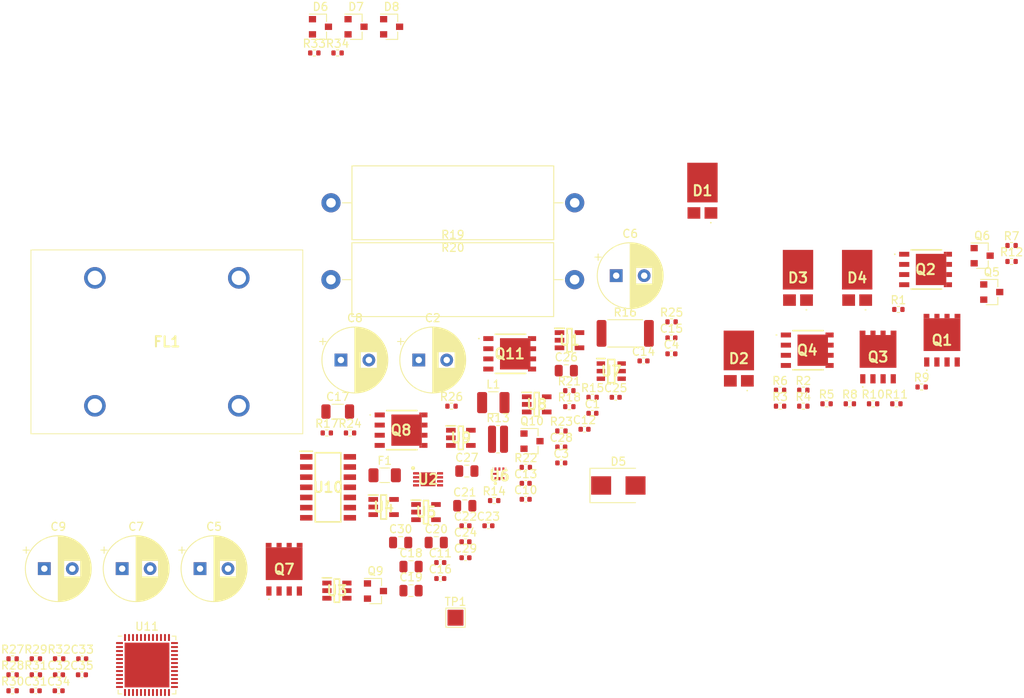
<source format=kicad_pcb>
(kicad_pcb (version 20171130) (host pcbnew "(5.1.12)-1")
  (layers (0 F.Cu signal) (31 B.Cu signal) (34 B.Paste user) (35 F.Paste user) (36 B.SilkS user) (37 F.SilkS user) (38 B.Mask user) (39 F.Mask user) (44 Edge.Cuts user))
  (net 0 "")
  (net 1 "Net-(Q1-Pad4)")
  (net 2 "Net-(Q2-Pad4)")
  (net 3 "Net-(Q3-Pad4)")
  (net 4 "Net-(Q4-Pad4)")
  (net 5 Vdrive)
  (net 6 "Net-(Q5-Pad3)")
  (net 7 "Net-(Q5-Pad1)")
  (net 8 GND)
  (net 9 "Net-(Q6-Pad3)")
  (net 10 "Net-(Q6-Pad1)")
  (net 11 VCC)
  (net 12 /H-Bridge/MOT+)
  (net 13 /H-Bridge/MOT-)
  (net 14 H_T_L)
  (net 15 H_T_R)
  (net 16 H_L_L)
  (net 17 H_L_R)
  (net 18 GND1)
  (net 19 "Net-(C1-Pad1)")
  (net 20 "Net-(C2-Pad1)")
  (net 21 "Net-(F1-Pad2)")
  (net 22 "Net-(Q8-Pad4)")
  (net 23 +5V)
  (net 24 MAIN_CURRENT_SENSE)
  (net 25 SHORT_RANGE_CURRENT_SENSE)
  (net 26 "Net-(Q9-Pad3)")
  (net 27 SHORT_RANGE_CURRENT_SENSE_EN)
  (net 28 "Net-(Q10-Pad3)")
  (net 29 STARTUP_ENABLE)
  (net 30 "Net-(Q11-Pad4)")
  (net 31 "/Power And motor protection/~FLOP_OUT")
  (net 32 "Net-(Q7-Pad4)")
  (net 33 "Net-(Q11-Pad1)")
  (net 34 "Net-(Q8-Pad1)")
  (net 35 "Net-(R21-Pad2)")
  (net 36 "Net-(R21-Pad1)")
  (net 37 COMP_OUT)
  (net 38 ~FLOP_RST)
  (net 39 "Net-(U2-Pad7)")
  (net 40 "Net-(U2-Pad6)")
  (net 41 FLOP_OUT)
  (net 42 "Net-(C16-Pad2)")
  (net 43 "Net-(C16-Pad1)")
  (net 44 "Net-(C18-Pad1)")
  (net 45 "Net-(C24-Pad1)")
  (net 46 +3V3)
  (net 47 "Net-(R25-Pad2)")
  (net 48 "Net-(U9-Pad4)")
  (net 49 "Net-(U10-Pad12)")
  (net 50 "Net-(U10-Pad11)")
  (net 51 "Net-(U10-Pad9)")
  (net 52 "Net-(U10-Pad8)")
  (net 53 "Net-(U10-Pad6)")
  (net 54 "Net-(U10-Pad4)")
  (net 55 "Net-(U10-Pad3)")
  (net 56 "Net-(U10-Pad1)")
  (net 57 "Net-(U11-Pad40)")
  (net 58 "Net-(U11-Pad39)")
  (net 59 "Net-(U11-Pad6)")
  (net 60 "Net-(U11-Pad5)")
  (net 61 "Net-(U11-Pad4)")
  (net 62 "Net-(U11-Pad3)")
  (net 63 "Net-(U11-Pad2)")
  (net 64 "Net-(R27-Pad1)")
  (net 65 "Net-(R28-Pad2)")
  (net 66 /uC/ADC_IN5)
  (net 67 /uC/ADC_IN9)
  (net 68 SWCLK)
  (net 69 SWDIO)
  (net 70 H_L_R_uC)
  (net 71 H_L_L_uC)
  (net 72 H_T_R_uC)
  (net 73 H_T_L_uC)
  (net 74 FRAM_MOSI)
  (net 75 FRAM_MISO)
  (net 76 FRAM_SCK)
  (net 77 FLASH_CS)
  (net 78 FLASH_SCK)
  (net 79 FLASH_IO0)
  (net 80 FLASH_IO1)
  (net 81 FLASH_IO2)
  (net 82 FLASH_IO3)
  (net 83 ENCODER_IN1)
  (net 84 DBG_RX)
  (net 85 DBG_TX)
  (net 86 ENCODER_IN2)
  (net 87 /uC/ADC_IN8)
  (net 88 RX)
  (net 89 TX)
  (net 90 FRAM_CS)
  (module Resistor_SMD:R_0402_1005Metric (layer F.Cu) (at 162.56 34.024999)
    (fp_text reference R34 (at 0 -1.17) (layer F.SilkS))
    (fp_text value 10K/1%/0.063W)
    (pad 2 smd roundrect (at 0.51 0) (size 0.54 0.64) (layers F.Cu F.Paste F.Mask) (net 8 GND))
    (pad 1 smd roundrect (at -0.51 0) (size 0.54 0.64) (layers F.Cu F.Paste F.Mask) (net 87 /uC/ADC_IN8))
  )
  (module Resistor_SMD:R_0402_1005Metric (layer F.Cu) (at 159.65 34.024999)
    (fp_text reference R33 (at 0 -1.17) (layer F.SilkS))
    (fp_text value 100K/1%/0.063W)
    (pad 2 smd roundrect (at 0.51 0) (size 0.54 0.64) (layers F.Cu F.Paste F.Mask) (net 87 /uC/ADC_IN8))
    (pad 1 smd roundrect (at -0.51 0) (size 0.54 0.64) (layers F.Cu F.Paste F.Mask) (net 11 VCC))
  )
  (module Package_TO_SOT_SMD:SOT-23 (layer F.Cu) (at 169.32 30.75)
    (fp_text reference D8 (at 0 -2.5) (layer F.SilkS))
    (fp_text value BAT54S)
    (pad 3 smd rect (at 1 0) (size 0.9 0.8) (layers F.Cu F.Paste F.Mask) (net 67 /uC/ADC_IN9))
    (pad 2 smd rect (at -1 0.95) (size 0.9 0.8) (layers F.Cu F.Paste F.Mask) (net 46 +3V3))
    (pad 1 smd rect (at -1 -0.95) (size 0.9 0.8) (layers F.Cu F.Paste F.Mask) (net 8 GND))
  )
  (module Package_TO_SOT_SMD:SOT-23 (layer F.Cu) (at 164.87 30.75)
    (fp_text reference D7 (at 0 -2.5) (layer F.SilkS))
    (fp_text value BAT54S)
    (pad 3 smd rect (at 1 0) (size 0.9 0.8) (layers F.Cu F.Paste F.Mask) (net 66 /uC/ADC_IN5))
    (pad 2 smd rect (at -1 0.95) (size 0.9 0.8) (layers F.Cu F.Paste F.Mask) (net 46 +3V3))
    (pad 1 smd rect (at -1 -0.95) (size 0.9 0.8) (layers F.Cu F.Paste F.Mask) (net 8 GND))
  )
  (module Package_TO_SOT_SMD:SOT-23 (layer F.Cu) (at 160.42 30.75)
    (fp_text reference D6 (at 0 -2.5) (layer F.SilkS))
    (fp_text value BAT54S)
    (pad 3 smd rect (at 1 0) (size 0.9 0.8) (layers F.Cu F.Paste F.Mask) (net 87 /uC/ADC_IN8))
    (pad 2 smd rect (at -1 0.95) (size 0.9 0.8) (layers F.Cu F.Paste F.Mask) (net 46 +3V3))
    (pad 1 smd rect (at -1 -0.95) (size 0.9 0.8) (layers F.Cu F.Paste F.Mask) (net 8 GND))
  )
  (module Resistor_SMD:R_0402_1005Metric (layer F.Cu) (at 127.73 109.81)
    (fp_text reference R32 (at 0 -1.17) (layer F.SilkS))
    (fp_text value 330K/1%/0.063W)
    (pad 2 smd roundrect (at 0.51 0) (size 0.54 0.64) (layers F.Cu F.Paste F.Mask) (net 8 GND))
    (pad 1 smd roundrect (at -0.51 0) (size 0.54 0.64) (layers F.Cu F.Paste F.Mask) (net 67 /uC/ADC_IN9))
  )
  (module Resistor_SMD:R_0402_1005Metric (layer F.Cu) (at 124.82 111.81)
    (fp_text reference R31 (at 0 -1.17) (layer F.SilkS))
    (fp_text value 174K/1%/0.063W)
    (pad 2 smd roundrect (at 0.51 0) (size 0.54 0.64) (layers F.Cu F.Paste F.Mask) (net 67 /uC/ADC_IN9))
    (pad 1 smd roundrect (at -0.51 0) (size 0.54 0.64) (layers F.Cu F.Paste F.Mask) (net 25 SHORT_RANGE_CURRENT_SENSE))
  )
  (module Resistor_SMD:R_0402_1005Metric (layer F.Cu) (at 121.91 113.81)
    (fp_text reference R30 (at 0 -1.17) (layer F.SilkS))
    (fp_text value 330K/1%/0.063W)
    (pad 2 smd roundrect (at 0.51 0) (size 0.54 0.64) (layers F.Cu F.Paste F.Mask) (net 8 GND))
    (pad 1 smd roundrect (at -0.51 0) (size 0.54 0.64) (layers F.Cu F.Paste F.Mask) (net 66 /uC/ADC_IN5))
  )
  (module Resistor_SMD:R_0402_1005Metric (layer F.Cu) (at 124.82 109.81)
    (fp_text reference R29 (at 0 -1.17) (layer F.SilkS))
    (fp_text value 174K/1%/0.063W)
    (pad 2 smd roundrect (at 0.51 0) (size 0.54 0.64) (layers F.Cu F.Paste F.Mask) (net 66 /uC/ADC_IN5))
    (pad 1 smd roundrect (at -0.51 0) (size 0.54 0.64) (layers F.Cu F.Paste F.Mask) (net 24 MAIN_CURRENT_SENSE))
  )
  (module Resistor_SMD:R_0402_1005Metric (layer F.Cu) (at 121.91 111.81)
    (fp_text reference R28 (at 0 -1.17) (layer F.SilkS))
    (fp_text value 10K/1%/0.063W)
    (pad 2 smd roundrect (at 0.51 0) (size 0.54 0.64) (layers F.Cu F.Paste F.Mask) (net 65 "Net-(R28-Pad2)"))
    (pad 1 smd roundrect (at -0.51 0) (size 0.54 0.64) (layers F.Cu F.Paste F.Mask) (net 46 +3V3))
  )
  (module Resistor_SMD:R_0402_1005Metric (layer F.Cu) (at 121.91 109.81)
    (fp_text reference R27 (at 0 -1.17) (layer F.SilkS))
    (fp_text value 10K/1%/0.063W)
    (pad 2 smd roundrect (at 0.51 0) (size 0.54 0.64) (layers F.Cu F.Paste F.Mask) (net 8 GND))
    (pad 1 smd roundrect (at -0.51 0) (size 0.54 0.64) (layers F.Cu F.Paste F.Mask) (net 64 "Net-(R27-Pad1)"))
  )
  (module Capacitor_SMD:C_0402_1005Metric (layer F.Cu) (at 130.58 111.81)
    (fp_text reference C35 (at 0 -1.16) (layer F.SilkS))
    (fp_text value 4u7/50V/X5R)
    (pad 2 smd roundrect (at 0.48 0) (size 0.56 0.62) (layers F.Cu F.Paste F.Mask) (net 8 GND))
    (pad 1 smd roundrect (at -0.48 0) (size 0.56 0.62) (layers F.Cu F.Paste F.Mask) (net 46 +3V3))
  )
  (module Capacitor_SMD:C_0402_1005Metric (layer F.Cu) (at 127.67 113.81)
    (fp_text reference C34 (at 0 -1.16) (layer F.SilkS))
    (fp_text value 4u7/50V/X5R)
    (pad 2 smd roundrect (at 0.48 0) (size 0.56 0.62) (layers F.Cu F.Paste F.Mask) (net 8 GND))
    (pad 1 smd roundrect (at -0.48 0) (size 0.56 0.62) (layers F.Cu F.Paste F.Mask) (net 46 +3V3))
  )
  (module Capacitor_SMD:C_0402_1005Metric (layer F.Cu) (at 130.62 109.81)
    (fp_text reference C33 (at 0 -1.16) (layer F.SilkS))
    (fp_text value 4u7/50V/X5R)
    (pad 2 smd roundrect (at 0.48 0) (size 0.56 0.62) (layers F.Cu F.Paste F.Mask) (net 8 GND))
    (pad 1 smd roundrect (at -0.48 0) (size 0.56 0.62) (layers F.Cu F.Paste F.Mask) (net 46 +3V3))
  )
  (module Capacitor_SMD:C_0402_1005Metric (layer F.Cu) (at 127.71 111.81)
    (fp_text reference C32 (at 0 -1.16) (layer F.SilkS))
    (fp_text value 4u7/50V/X5R)
    (pad 2 smd roundrect (at 0.48 0) (size 0.56 0.62) (layers F.Cu F.Paste F.Mask) (net 8 GND))
    (pad 1 smd roundrect (at -0.48 0) (size 0.56 0.62) (layers F.Cu F.Paste F.Mask) (net 46 +3V3))
  )
  (module Capacitor_SMD:C_0402_1005Metric (layer F.Cu) (at 124.8 113.81)
    (fp_text reference C31 (at 0 -1.16) (layer F.SilkS))
    (fp_text value 4u7/50V/X5R)
    (pad 2 smd roundrect (at 0.48 0) (size 0.56 0.62) (layers F.Cu F.Paste F.Mask) (net 8 GND))
    (pad 1 smd roundrect (at -0.48 0) (size 0.56 0.62) (layers F.Cu F.Paste F.Mask) (net 46 +3V3))
  )
  (module Package_DFN_QFN:QFN-48-1EP_7x7mm_P0.5mm_EP5.6x5.6mm (layer F.Cu) (at 138.72 110.59)
    (fp_text reference U11 (at 0 -4.82) (layer F.SilkS))
    (fp_text value STM32L431CCUx)
    (pad 49 smd rect (at 0 0) (size 5.6 5.6) (layers F.Cu F.Mask) (net 8 GND))
    (pad 48 smd roundrect (at -2.75 -3.4375) (size 0.25 0.875) (layers F.Cu F.Paste F.Mask) (net 46 +3V3))
    (pad 47 smd roundrect (at -2.25 -3.4375) (size 0.25 0.875) (layers F.Cu F.Paste F.Mask) (net 8 GND))
    (pad 46 smd roundrect (at -1.75 -3.4375) (size 0.25 0.875) (layers F.Cu F.Paste F.Mask) (net 29 STARTUP_ENABLE))
    (pad 45 smd roundrect (at -1.25 -3.4375) (size 0.25 0.875) (layers F.Cu F.Paste F.Mask) (net 38 ~FLOP_RST))
    (pad 44 smd roundrect (at -0.75 -3.4375) (size 0.25 0.875) (layers F.Cu F.Paste F.Mask) (net 64 "Net-(R27-Pad1)"))
    (pad 43 smd roundrect (at -0.25 -3.4375) (size 0.25 0.875) (layers F.Cu F.Paste F.Mask) (net 88 RX))
    (pad 42 smd roundrect (at 0.25 -3.4375) (size 0.25 0.875) (layers F.Cu F.Paste F.Mask) (net 89 TX))
    (pad 41 smd roundrect (at 0.75 -3.4375) (size 0.25 0.875) (layers F.Cu F.Paste F.Mask) (net 37 COMP_OUT))
    (pad 40 smd roundrect (at 1.25 -3.4375) (size 0.25 0.875) (layers F.Cu F.Paste F.Mask) (net 57 "Net-(U11-Pad40)"))
    (pad 39 smd roundrect (at 1.75 -3.4375) (size 0.25 0.875) (layers F.Cu F.Paste F.Mask) (net 58 "Net-(U11-Pad39)"))
    (pad 38 smd roundrect (at 2.25 -3.4375) (size 0.25 0.875) (layers F.Cu F.Paste F.Mask) (net 84 DBG_RX))
    (pad 37 smd roundrect (at 2.75 -3.4375) (size 0.25 0.875) (layers F.Cu F.Paste F.Mask) (net 68 SWCLK))
    (pad 36 smd roundrect (at 3.4375 -2.75) (size 0.875 0.25) (layers F.Cu F.Paste F.Mask) (net 46 +3V3))
    (pad 35 smd roundrect (at 3.4375 -2.25) (size 0.875 0.25) (layers F.Cu F.Paste F.Mask) (net 8 GND))
    (pad 34 smd roundrect (at 3.4375 -1.75) (size 0.875 0.25) (layers F.Cu F.Paste F.Mask) (net 69 SWDIO))
    (pad 33 smd roundrect (at 3.4375 -1.25) (size 0.875 0.25) (layers F.Cu F.Paste F.Mask) (net 27 SHORT_RANGE_CURRENT_SENSE_EN))
    (pad 32 smd roundrect (at 3.4375 -0.75) (size 0.875 0.25) (layers F.Cu F.Paste F.Mask) (net 70 H_L_R_uC))
    (pad 31 smd roundrect (at 3.4375 -0.25) (size 0.875 0.25) (layers F.Cu F.Paste F.Mask) (net 71 H_L_L_uC))
    (pad 30 smd roundrect (at 3.4375 0.25) (size 0.875 0.25) (layers F.Cu F.Paste F.Mask) (net 72 H_T_R_uC))
    (pad 29 smd roundrect (at 3.4375 0.75) (size 0.875 0.25) (layers F.Cu F.Paste F.Mask) (net 73 H_T_L_uC))
    (pad 28 smd roundrect (at 3.4375 1.25) (size 0.875 0.25) (layers F.Cu F.Paste F.Mask) (net 74 FRAM_MOSI))
    (pad 27 smd roundrect (at 3.4375 1.75) (size 0.875 0.25) (layers F.Cu F.Paste F.Mask) (net 75 FRAM_MISO))
    (pad 26 smd roundrect (at 3.4375 2.25) (size 0.875 0.25) (layers F.Cu F.Paste F.Mask) (net 76 FRAM_SCK))
    (pad 25 smd roundrect (at 3.4375 2.75) (size 0.875 0.25) (layers F.Cu F.Paste F.Mask) (net 41 FLOP_OUT))
    (pad 24 smd roundrect (at 2.75 3.4375) (size 0.25 0.875) (layers F.Cu F.Paste F.Mask) (net 46 +3V3))
    (pad 23 smd roundrect (at 2.25 3.4375) (size 0.25 0.875) (layers F.Cu F.Paste F.Mask) (net 8 GND))
    (pad 22 smd roundrect (at 1.75 3.4375) (size 0.25 0.875) (layers F.Cu F.Paste F.Mask) (net 77 FLASH_CS))
    (pad 21 smd roundrect (at 1.25 3.4375) (size 0.25 0.875) (layers F.Cu F.Paste F.Mask) (net 78 FLASH_SCK))
    (pad 20 smd roundrect (at 0.75 3.4375) (size 0.25 0.875) (layers F.Cu F.Paste F.Mask) (net 90 FRAM_CS))
    (pad 19 smd roundrect (at 0.25 3.4375) (size 0.25 0.875) (layers F.Cu F.Paste F.Mask) (net 79 FLASH_IO0))
    (pad 18 smd roundrect (at -0.25 3.4375) (size 0.25 0.875) (layers F.Cu F.Paste F.Mask) (net 80 FLASH_IO1))
    (pad 17 smd roundrect (at -0.75 3.4375) (size 0.25 0.875) (layers F.Cu F.Paste F.Mask) (net 81 FLASH_IO2))
    (pad 16 smd roundrect (at -1.25 3.4375) (size 0.25 0.875) (layers F.Cu F.Paste F.Mask) (net 82 FLASH_IO3))
    (pad 15 smd roundrect (at -1.75 3.4375) (size 0.25 0.875) (layers F.Cu F.Paste F.Mask) (net 83 ENCODER_IN1))
    (pad 14 smd roundrect (at -2.25 3.4375) (size 0.25 0.875) (layers F.Cu F.Paste F.Mask) (net 67 /uC/ADC_IN9))
    (pad 13 smd roundrect (at -2.75 3.4375) (size 0.25 0.875) (layers F.Cu F.Paste F.Mask) (net 87 /uC/ADC_IN8))
    (pad 12 smd roundrect (at -3.4375 2.75) (size 0.875 0.25) (layers F.Cu F.Paste F.Mask) (net 85 DBG_TX))
    (pad 11 smd roundrect (at -3.4375 2.25) (size 0.875 0.25) (layers F.Cu F.Paste F.Mask) (net 86 ENCODER_IN2))
    (pad 10 smd roundrect (at -3.4375 1.75) (size 0.875 0.25) (layers F.Cu F.Paste F.Mask) (net 66 /uC/ADC_IN5))
    (pad 9 smd roundrect (at -3.4375 1.25) (size 0.875 0.25) (layers F.Cu F.Paste F.Mask) (net 46 +3V3))
    (pad 8 smd roundrect (at -3.4375 0.75) (size 0.875 0.25) (layers F.Cu F.Paste F.Mask) (net 8 GND))
    (pad 7 smd roundrect (at -3.4375 0.25) (size 0.875 0.25) (layers F.Cu F.Paste F.Mask) (net 65 "Net-(R28-Pad2)"))
    (pad 6 smd roundrect (at -3.4375 -0.25) (size 0.875 0.25) (layers F.Cu F.Paste F.Mask) (net 59 "Net-(U11-Pad6)"))
    (pad 5 smd roundrect (at -3.4375 -0.75) (size 0.875 0.25) (layers F.Cu F.Paste F.Mask) (net 60 "Net-(U11-Pad5)"))
    (pad 4 smd roundrect (at -3.4375 -1.25) (size 0.875 0.25) (layers F.Cu F.Paste F.Mask) (net 61 "Net-(U11-Pad4)"))
    (pad 3 smd roundrect (at -3.4375 -1.75) (size 0.875 0.25) (layers F.Cu F.Paste F.Mask) (net 62 "Net-(U11-Pad3)"))
    (pad 2 smd roundrect (at -3.4375 -2.25) (size 0.875 0.25) (layers F.Cu F.Paste F.Mask) (net 63 "Net-(U11-Pad2)"))
    (pad 1 smd roundrect (at -3.4375 -2.75) (size 0.875 0.25) (layers F.Cu F.Paste F.Mask) (net 46 +3V3))
  )
  (module TestPoint:TestPoint_Pad_2.0x2.0mm (layer F.Cu) (at 177.31 104.67)
    (fp_text reference TP1 (at 0 -1.998) (layer F.SilkS))
    (fp_text value DC/DC)
    (pad 1 smd rect (at 0 0) (size 2 2) (layers F.Cu F.Mask) (net 44 "Net-(C18-Pad1)"))
  )
  (module Footprints:SOT95P280X145-5N (layer F.Cu) (at 177.98 82.170001)
    (fp_text reference U9 (at 0 0) (layer F.SilkS) (effects (font (size 1.27 1.27) (thickness 0.254))))
    (fp_text value TLV74333PDBVR hide)
    (pad 5 smd rect (at 1.25 -0.95 90) (size 0.6 1.2) (layers F.Cu F.Paste F.Mask) (net 46 +3V3))
    (pad 4 smd rect (at 1.25 0.95 90) (size 0.6 1.2) (layers F.Cu F.Paste F.Mask) (net 48 "Net-(U9-Pad4)"))
    (pad 3 smd rect (at -1.25 0.95 90) (size 0.6 1.2) (layers F.Cu F.Paste F.Mask) (net 23 +5V))
    (pad 2 smd rect (at -1.25 0 90) (size 0.6 1.2) (layers F.Cu F.Paste F.Mask) (net 8 GND))
    (pad 1 smd rect (at -1.25 -0.95 90) (size 0.6 1.2) (layers F.Cu F.Paste F.Mask) (net 23 +5V))
  )
  (module Footprints:SOT95P282X145-5N (layer F.Cu) (at 187.47 77.985001)
    (fp_text reference U8 (at 0 0) (layer F.SilkS) (effects (font (size 1.27 1.27) (thickness 0.254))))
    (fp_text value AP2210K-5.0TRG1 hide)
    (pad 5 smd rect (at 1.25 -0.95 90) (size 0.6 1.2) (layers F.Cu F.Paste F.Mask) (net 45 "Net-(C24-Pad1)"))
    (pad 4 smd rect (at 1.25 0.95 90) (size 0.6 1.2) (layers F.Cu F.Paste F.Mask) (net 23 +5V))
    (pad 3 smd rect (at -1.25 0.95 90) (size 0.6 1.2) (layers F.Cu F.Paste F.Mask) (net 44 "Net-(C18-Pad1)"))
    (pad 2 smd rect (at -1.25 0 90) (size 0.6 1.2) (layers F.Cu F.Paste F.Mask) (net 8 GND))
    (pad 1 smd rect (at -1.25 -0.95 90) (size 0.6 1.2) (layers F.Cu F.Paste F.Mask) (net 44 "Net-(C18-Pad1)"))
  )
  (module Footprints:SOT95P280X100-6N (layer F.Cu) (at 196.795 73.825001)
    (fp_text reference U7 (at 0 0) (layer F.SilkS) (effects (font (size 1.27 1.27) (thickness 0.254))))
    (fp_text value AP64060QWU-7 hide)
    (pad 6 smd rect (at 1.3 -0.95 90) (size 0.55 1.05) (layers F.Cu F.Paste F.Mask) (net 42 "Net-(C16-Pad2)"))
    (pad 5 smd rect (at 1.3 0 90) (size 0.55 1.05) (layers F.Cu F.Paste F.Mask) (net 11 VCC))
    (pad 4 smd rect (at 1.3 0.95 90) (size 0.55 1.05) (layers F.Cu F.Paste F.Mask) (net 11 VCC))
    (pad 3 smd rect (at -1.3 0.95 90) (size 0.55 1.05) (layers F.Cu F.Paste F.Mask) (net 47 "Net-(R25-Pad2)"))
    (pad 2 smd rect (at -1.3 0 90) (size 0.55 1.05) (layers F.Cu F.Paste F.Mask) (net 8 GND))
    (pad 1 smd rect (at -1.3 -0.95 90) (size 0.55 1.05) (layers F.Cu F.Paste F.Mask) (net 43 "Net-(C16-Pad1)"))
  )
  (module Footprints:NC7SZ74L8X (layer F.Cu) (at 182.805 86.675001)
    (fp_text reference U6 (at 0 0.247) (layer F.SilkS) (effects (font (size 1.27 1.27) (thickness 0.254))))
    (fp_text value NC7SZ74L8X hide)
    (pad 8 smd rect (at -0.575 0 90) (size 0.25 0.45) (layers F.Cu F.Paste F.Mask) (net 23 +5V))
    (pad 7 smd rect (at -0.5 -0.605) (size 0.25 0.4) (layers F.Cu F.Paste F.Mask) (net 37 COMP_OUT))
    (pad 6 smd rect (at 0 -0.605) (size 0.25 0.4) (layers F.Cu F.Paste F.Mask) (net 23 +5V))
    (pad 5 smd rect (at 0.5 -0.605) (size 0.25 0.4) (layers F.Cu F.Paste F.Mask) (net 31 "/Power And motor protection/~FLOP_OUT"))
    (pad 4 smd rect (at 0.575 0 90) (size 0.25 0.45) (layers F.Cu F.Paste F.Mask) (net 8 GND))
    (pad 3 smd rect (at 0.5 0.605) (size 0.25 0.4) (layers F.Cu F.Paste F.Mask) (net 41 FLOP_OUT))
    (pad 2 smd rect (at 0 0.605) (size 0.25 0.4) (layers F.Cu F.Paste F.Mask) (net 38 ~FLOP_RST))
    (pad 1 smd rect (at -0.5 0.605) (size 0.25 0.4) (layers F.Cu F.Paste F.Mask) (net 23 +5V))
  )
  (module Footprints:SOT95P280X145-5N (layer F.Cu) (at 173.62 91.460001)
    (fp_text reference U5 (at 0 0) (layer F.SilkS) (effects (font (size 1.27 1.27) (thickness 0.254))))
    (fp_text value TSC101AILT hide)
    (pad 5 smd rect (at 1.25 -0.95 90) (size 0.6 1.2) (layers F.Cu F.Paste F.Mask) (net 23 +5V))
    (pad 4 smd rect (at 1.25 0.95 90) (size 0.6 1.2) (layers F.Cu F.Paste F.Mask) (net 33 "Net-(Q11-Pad1)"))
    (pad 3 smd rect (at -1.25 0.95 90) (size 0.6 1.2) (layers F.Cu F.Paste F.Mask) (net 34 "Net-(Q8-Pad1)"))
    (pad 2 smd rect (at -1.25 0 90) (size 0.6 1.2) (layers F.Cu F.Paste F.Mask) (net 8 GND))
    (pad 1 smd rect (at -1.25 -0.95 90) (size 0.6 1.2) (layers F.Cu F.Paste F.Mask) (net 25 SHORT_RANGE_CURRENT_SENSE))
  )
  (module Footprints:SOT95P285X145-5N (layer F.Cu) (at 168.32 90.825001)
    (fp_text reference U4 (at 0 0) (layer F.SilkS) (effects (font (size 1.27 1.27) (thickness 0.254))))
    (fp_text value AP331AWG-7 hide)
    (pad 5 smd rect (at 1.3 -0.95 90) (size 0.6 1.2) (layers F.Cu F.Paste F.Mask) (net 23 +5V))
    (pad 4 smd rect (at 1.3 0.95 90) (size 0.6 1.2) (layers F.Cu F.Paste F.Mask) (net 37 COMP_OUT))
    (pad 3 smd rect (at -1.3 0.95 90) (size 0.6 1.2) (layers F.Cu F.Paste F.Mask) (net 35 "Net-(R21-Pad2)"))
    (pad 2 smd rect (at -1.3 0 90) (size 0.6 1.2) (layers F.Cu F.Paste F.Mask) (net 8 GND))
    (pad 1 smd rect (at -1.3 -0.95 90) (size 0.6 1.2) (layers F.Cu F.Paste F.Mask) (net 24 MAIN_CURRENT_SENSE))
  )
  (module Footprints:SOT95P280X145-6N (layer F.Cu) (at 162.475 101.285001)
    (fp_text reference U3 (at 0 0) (layer F.SilkS) (effects (font (size 1.27 1.27) (thickness 0.254))))
    (fp_text value MCP1501T-20E/CHY hide)
    (pad 6 smd rect (at 1.25 -0.95 90) (size 0.6 1.15) (layers F.Cu F.Paste F.Mask) (net 23 +5V))
    (pad 5 smd rect (at 1.25 0 90) (size 0.6 1.15) (layers F.Cu F.Paste F.Mask) (net 8 GND))
    (pad 4 smd rect (at 1.25 0.95 90) (size 0.6 1.15) (layers F.Cu F.Paste F.Mask) (net 23 +5V))
    (pad 3 smd rect (at -1.25 0.95 90) (size 0.6 1.15) (layers F.Cu F.Paste F.Mask) (net 8 GND))
    (pad 2 smd rect (at -1.25 0 90) (size 0.6 1.15) (layers F.Cu F.Paste F.Mask) (net 8 GND))
    (pad 1 smd rect (at -1.25 -0.95 90) (size 0.6 1.15) (layers F.Cu F.Paste F.Mask) (net 36 "Net-(R21-Pad1)"))
  )
  (module Footprints:SON50P300X200X80-9N (layer F.Cu) (at 173.88 87.360001)
    (fp_text reference U2 (at 0 0) (layer F.SilkS) (effects (font (size 1.27 1.27) (thickness 0.254))))
    (fp_text value MAX16171ATA_VY+ hide)
    (pad 9 smd rect (at 0 0 90) (size 1.73 1.85) (layers F.Cu F.Paste F.Mask) (net 18 GND1))
    (pad 8 smd rect (at 1.5 -0.75 90) (size 0.3 0.75) (layers F.Cu F.Paste F.Mask) (net 20 "Net-(C2-Pad1)"))
    (pad 7 smd rect (at 1.5 -0.25 90) (size 0.3 0.75) (layers F.Cu F.Paste F.Mask) (net 39 "Net-(U2-Pad7)"))
    (pad 6 smd rect (at 1.5 0.25 90) (size 0.3 0.75) (layers F.Cu F.Paste F.Mask) (net 40 "Net-(U2-Pad6)"))
    (pad 5 smd rect (at 1.5 0.75 90) (size 0.3 0.75) (layers F.Cu F.Paste F.Mask) (net 18 GND1))
    (pad 4 smd rect (at -1.5 0.75 90) (size 0.3 0.75) (layers F.Cu F.Paste F.Mask) (net 19 "Net-(C1-Pad1)"))
    (pad 3 smd rect (at -1.5 0.25 90) (size 0.3 0.75) (layers F.Cu F.Paste F.Mask) (net 19 "Net-(C1-Pad1)"))
    (pad 2 smd rect (at -1.5 -0.25 90) (size 0.3 0.75) (layers F.Cu F.Paste F.Mask) (net 19 "Net-(C1-Pad1)"))
    (pad 1 smd rect (at -1.5 -0.75 90) (size 0.3 0.75) (layers F.Cu F.Paste F.Mask) (net 32 "Net-(Q7-Pad4)"))
  )
  (module Footprints:SOT95P280X145-5N (layer F.Cu) (at 191.57 69.960001)
    (fp_text reference U1 (at 0 0) (layer F.SilkS) (effects (font (size 1.27 1.27) (thickness 0.254))))
    (fp_text value TSC101AILT hide)
    (pad 5 smd rect (at 1.25 -0.95 90) (size 0.6 1.2) (layers F.Cu F.Paste F.Mask) (net 23 +5V))
    (pad 4 smd rect (at 1.25 0.95 90) (size 0.6 1.2) (layers F.Cu F.Paste F.Mask) (net 34 "Net-(Q8-Pad1)"))
    (pad 3 smd rect (at -1.25 0.95 90) (size 0.6 1.2) (layers F.Cu F.Paste F.Mask) (net 11 VCC))
    (pad 2 smd rect (at -1.25 0 90) (size 0.6 1.2) (layers F.Cu F.Paste F.Mask) (net 8 GND))
    (pad 1 smd rect (at -1.25 -0.95 90) (size 0.6 1.2) (layers F.Cu F.Paste F.Mask) (net 24 MAIN_CURRENT_SENSE))
  )
  (module Resistor_SMD:R_0402_1005Metric (layer F.Cu) (at 176.81 78.21)
    (fp_text reference R26 (at 0 -1.17) (layer F.SilkS))
    (fp_text value 58.87K/1%/0.063W)
    (pad 2 smd roundrect (at 0.51 0) (size 0.54 0.64) (layers F.Cu F.Paste F.Mask) (net 44 "Net-(C18-Pad1)"))
    (pad 1 smd roundrect (at -0.51 0) (size 0.54 0.64) (layers F.Cu F.Paste F.Mask) (net 47 "Net-(R25-Pad2)"))
  )
  (module Resistor_SMD:R_0402_1005Metric (layer F.Cu) (at 204.34 67.66)
    (fp_text reference R25 (at 0 -1.17) (layer F.SilkS))
    (fp_text value 10K/1%/0.063W)
    (pad 2 smd roundrect (at 0.51 0) (size 0.54 0.64) (layers F.Cu F.Paste F.Mask) (net 47 "Net-(R25-Pad2)"))
    (pad 1 smd roundrect (at -0.51 0) (size 0.54 0.64) (layers F.Cu F.Paste F.Mask) (net 8 GND))
  )
  (module Resistor_SMD:R_0402_1005Metric (layer F.Cu) (at 164.12 81.56)
    (fp_text reference R24 (at 0 -1.17) (layer F.SilkS))
    (fp_text value 10K/1%/0.063W)
    (pad 2 smd roundrect (at 0.51 0) (size 0.54 0.64) (layers F.Cu F.Paste F.Mask) (net 23 +5V))
    (pad 1 smd roundrect (at -0.51 0) (size 0.54 0.64) (layers F.Cu F.Paste F.Mask) (net 38 ~FLOP_RST))
  )
  (module Resistor_SMD:R_0402_1005Metric (layer F.Cu) (at 190.56 81.31)
    (fp_text reference R23 (at 0 -1.17) (layer F.SilkS))
    (fp_text value 3K3/1%/0.063W)
    (pad 2 smd roundrect (at 0.51 0) (size 0.54 0.64) (layers F.Cu F.Paste F.Mask) (net 37 COMP_OUT))
    (pad 1 smd roundrect (at -0.51 0) (size 0.54 0.64) (layers F.Cu F.Paste F.Mask) (net 23 +5V))
  )
  (module Resistor_SMD:R_0402_1005Metric (layer F.Cu) (at 186.11 85.86)
    (fp_text reference R22 (at 0 -1.17) (layer F.SilkS))
    (fp_text value 10K/1%/0.063W)
    (pad 2 smd roundrect (at 0.51 0) (size 0.54 0.64) (layers F.Cu F.Paste F.Mask) (net 37 COMP_OUT))
    (pad 1 smd roundrect (at -0.51 0) (size 0.54 0.64) (layers F.Cu F.Paste F.Mask) (net 35 "Net-(R21-Pad2)"))
  )
  (module Resistor_SMD:R_0402_1005Metric (layer F.Cu) (at 191.55 76.27)
    (fp_text reference R21 (at 0 -1.17) (layer F.SilkS))
    (fp_text value 100K/1%/0.063W)
    (pad 2 smd roundrect (at 0.51 0) (size 0.54 0.64) (layers F.Cu F.Paste F.Mask) (net 35 "Net-(R21-Pad2)"))
    (pad 1 smd roundrect (at -0.51 0) (size 0.54 0.64) (layers F.Cu F.Paste F.Mask) (net 36 "Net-(R21-Pad1)"))
  )
  (module Resistor_THT:R_Axial_Power_L25.0mm_W9.0mm_P30.48mm (layer F.Cu) (at 192.22 52.77 180)
    (fp_text reference R20 (at 15.24 -5.62) (layer F.SilkS))
    (fp_text value 10/1%/5W)
    (pad 2 thru_hole oval (at 30.48 0 180) (size 2.4 2.4) (drill 1.2) (layers *.Cu *.Mask) (net 33 "Net-(Q11-Pad1)"))
    (pad 1 thru_hole circle (at 0 0 180) (size 2.4 2.4) (drill 1.2) (layers *.Cu *.Mask) (net 5 Vdrive))
  )
  (module Resistor_THT:R_Axial_Power_L25.0mm_W9.0mm_P30.48mm (layer F.Cu) (at 161.73 62.385001)
    (fp_text reference R19 (at 15.24 -5.62) (layer F.SilkS))
    (fp_text value 10/1%/5W)
    (pad 2 thru_hole oval (at 30.48 0) (size 2.4 2.4) (drill 1.2) (layers *.Cu *.Mask) (net 5 Vdrive))
    (pad 1 thru_hole circle (at 0 0) (size 2.4 2.4) (drill 1.2) (layers *.Cu *.Mask) (net 33 "Net-(Q11-Pad1)"))
  )
  (module Resistor_SMD:R_0402_1005Metric (layer F.Cu) (at 191.55 78.27)
    (fp_text reference R18 (at 0 -1.17) (layer F.SilkS))
    (fp_text value 22K/1%/0.063W)
    (pad 2 smd roundrect (at 0.51 0) (size 0.54 0.64) (layers F.Cu F.Paste F.Mask) (net 30 "Net-(Q11-Pad4)"))
    (pad 1 smd roundrect (at -0.51 0) (size 0.54 0.64) (layers F.Cu F.Paste F.Mask) (net 28 "Net-(Q10-Pad3)"))
  )
  (module Resistor_SMD:R_0402_1005Metric (layer F.Cu) (at 161.21 81.56)
    (fp_text reference R17 (at 0 -1.17) (layer F.SilkS))
    (fp_text value 12K/1%/0.063W)
    (pad 2 smd roundrect (at 0.51 0) (size 0.54 0.64) (layers F.Cu F.Paste F.Mask) (net 30 "Net-(Q11-Pad4)"))
    (pad 1 smd roundrect (at -0.51 0) (size 0.54 0.64) (layers F.Cu F.Paste F.Mask) (net 11 VCC))
  )
  (module Resistor_SMD:R_2512_6332Metric (layer F.Cu) (at 198.54 69.105001)
    (fp_text reference R16 (at 0 -2.62) (layer F.SilkS))
    (fp_text value 50m/1%/0.063W)
    (pad 2 smd roundrect (at 2.9625 0) (size 1.225 3.35) (layers F.Cu F.Paste F.Mask) (roundrect_rratio 0.204082) (net 33 "Net-(Q11-Pad1)"))
    (pad 1 smd roundrect (at -2.9625 0) (size 1.225 3.35) (layers F.Cu F.Paste F.Mask) (roundrect_rratio 0.204082) (net 34 "Net-(Q8-Pad1)"))
  )
  (module Resistor_SMD:R_0402_1005Metric (layer F.Cu) (at 194.46 77.1)
    (fp_text reference R15 (at 0 -1.17) (layer F.SilkS))
    (fp_text value 22K/1%/0.063W)
    (pad 2 smd roundrect (at 0.51 0) (size 0.54 0.64) (layers F.Cu F.Paste F.Mask) (net 22 "Net-(Q8-Pad4)"))
    (pad 1 smd roundrect (at -0.51 0) (size 0.54 0.64) (layers F.Cu F.Paste F.Mask) (net 26 "Net-(Q9-Pad3)"))
  )
  (module Resistor_SMD:R_0402_1005Metric (layer F.Cu) (at 182.15 90.02)
    (fp_text reference R14 (at 0 -1.17) (layer F.SilkS))
    (fp_text value 12K/1%/0.063W)
    (pad 2 smd roundrect (at 0.51 0) (size 0.54 0.64) (layers F.Cu F.Paste F.Mask) (net 22 "Net-(Q8-Pad4)"))
    (pad 1 smd roundrect (at -0.51 0) (size 0.54 0.64) (layers F.Cu F.Paste F.Mask) (net 11 VCC))
  )
  (module Resistor_SMD:R_0612_1632Metric (layer F.Cu) (at 182.63 82.345001)
    (fp_text reference R13 (at 0 -2.65) (layer F.SilkS))
    (fp_text value 10m/1%/0.063W)
    (pad 2 smd roundrect (at 0.75 0) (size 1 3.4) (layers F.Cu F.Paste F.Mask) (net 34 "Net-(Q8-Pad1)"))
    (pad 1 smd roundrect (at -0.75 0) (size 1 3.4) (layers F.Cu F.Paste F.Mask) (net 11 VCC))
  )
  (module Resistor_SMD:R_0402_1005Metric (layer F.Cu) (at 246.87 60.11)
    (fp_text reference R12 (at 0 -1.17) (layer F.SilkS))
    (fp_text value 1K/1%/0.063W)
    (pad 2 smd roundrect (at 0.51 0) (size 0.54 0.64) (layers F.Cu F.Paste F.Mask) (net 17 H_L_R))
    (pad 1 smd roundrect (at -0.51 0) (size 0.54 0.64) (layers F.Cu F.Paste F.Mask) (net 3 "Net-(Q3-Pad4)"))
  )
  (module Resistor_SMD:R_0402_1005Metric (layer F.Cu) (at 232.46 77.91)
    (fp_text reference R11 (at 0 -1.17) (layer F.SilkS))
    (fp_text value 100K/1%/0.063W)
    (pad 2 smd roundrect (at 0.51 0) (size 0.54 0.64) (layers F.Cu F.Paste F.Mask) (net 8 GND))
    (pad 1 smd roundrect (at -0.51 0) (size 0.54 0.64) (layers F.Cu F.Paste F.Mask) (net 3 "Net-(Q3-Pad4)"))
  )
  (module Resistor_SMD:R_0402_1005Metric (layer F.Cu) (at 229.55 77.91)
    (fp_text reference R10 (at 0 -1.17) (layer F.SilkS))
    (fp_text value 100K/1%/0.063W)
    (pad 2 smd roundrect (at 0.51 0) (size 0.54 0.64) (layers F.Cu F.Paste F.Mask) (net 8 GND))
    (pad 1 smd roundrect (at -0.51 0) (size 0.54 0.64) (layers F.Cu F.Paste F.Mask) (net 1 "Net-(Q1-Pad4)"))
  )
  (module Resistor_SMD:R_0402_1005Metric (layer F.Cu) (at 235.62 75.81)
    (fp_text reference R9 (at 0 -1.17) (layer F.SilkS))
    (fp_text value 1K/1%/0.063W)
    (pad 2 smd roundrect (at 0.51 0) (size 0.54 0.64) (layers F.Cu F.Paste F.Mask) (net 16 H_L_L))
    (pad 1 smd roundrect (at -0.51 0) (size 0.54 0.64) (layers F.Cu F.Paste F.Mask) (net 1 "Net-(Q1-Pad4)"))
  )
  (module Resistor_SMD:R_0402_1005Metric (layer F.Cu) (at 226.64 77.91)
    (fp_text reference R8 (at 0 -1.17) (layer F.SilkS))
    (fp_text value 1K/1%/0.063W)
    (pad 2 smd roundrect (at 0.51 0) (size 0.54 0.64) (layers F.Cu F.Paste F.Mask) (net 15 H_T_R))
    (pad 1 smd roundrect (at -0.51 0) (size 0.54 0.64) (layers F.Cu F.Paste F.Mask) (net 10 "Net-(Q6-Pad1)"))
  )
  (module Resistor_SMD:R_0402_1005Metric (layer F.Cu) (at 246.87 58.11)
    (fp_text reference R7 (at 0 -1.17) (layer F.SilkS))
    (fp_text value 100K/1%/0.063W)
    (pad 2 smd roundrect (at 0.51 0) (size 0.54 0.64) (layers F.Cu F.Paste F.Mask) (net 8 GND))
    (pad 1 smd roundrect (at -0.51 0) (size 0.54 0.64) (layers F.Cu F.Paste F.Mask) (net 10 "Net-(Q6-Pad1)"))
  )
  (module Resistor_SMD:R_0402_1005Metric (layer F.Cu) (at 217.91 76.21)
    (fp_text reference R6 (at 0 -1.17) (layer F.SilkS))
    (fp_text value 22K/1%/0.063W)
    (pad 2 smd roundrect (at 0.51 0) (size 0.54 0.64) (layers F.Cu F.Paste F.Mask) (net 4 "Net-(Q4-Pad4)"))
    (pad 1 smd roundrect (at -0.51 0) (size 0.54 0.64) (layers F.Cu F.Paste F.Mask) (net 9 "Net-(Q6-Pad3)"))
  )
  (module Resistor_SMD:R_0402_1005Metric (layer F.Cu) (at 223.73 77.91)
    (fp_text reference R5 (at 0 -1.17) (layer F.SilkS))
    (fp_text value 12K/1%/0.063W)
    (pad 2 smd roundrect (at 0.51 0) (size 0.54 0.64) (layers F.Cu F.Paste F.Mask) (net 4 "Net-(Q4-Pad4)"))
    (pad 1 smd roundrect (at -0.51 0) (size 0.54 0.64) (layers F.Cu F.Paste F.Mask) (net 11 VCC))
  )
  (module Resistor_SMD:R_0402_1005Metric (layer F.Cu) (at 220.82 78.21)
    (fp_text reference R4 (at 0 -1.17) (layer F.SilkS))
    (fp_text value 22K/1%/0.063W)
    (pad 2 smd roundrect (at 0.51 0) (size 0.54 0.64) (layers F.Cu F.Paste F.Mask) (net 2 "Net-(Q2-Pad4)"))
    (pad 1 smd roundrect (at -0.51 0) (size 0.54 0.64) (layers F.Cu F.Paste F.Mask) (net 6 "Net-(Q5-Pad3)"))
  )
  (module Resistor_SMD:R_0402_1005Metric (layer F.Cu) (at 217.91 78.21)
    (fp_text reference R3 (at 0 -1.17) (layer F.SilkS))
    (fp_text value 12K/1%/0.063W)
    (pad 2 smd roundrect (at 0.51 0) (size 0.54 0.64) (layers F.Cu F.Paste F.Mask) (net 2 "Net-(Q2-Pad4)"))
    (pad 1 smd roundrect (at -0.51 0) (size 0.54 0.64) (layers F.Cu F.Paste F.Mask) (net 11 VCC))
  )
  (module Resistor_SMD:R_0402_1005Metric (layer F.Cu) (at 220.82 76.21)
    (fp_text reference R2 (at 0 -1.17) (layer F.SilkS))
    (fp_text value 100K/1%/0.063W)
    (pad 2 smd roundrect (at 0.51 0) (size 0.54 0.64) (layers F.Cu F.Paste F.Mask) (net 8 GND))
    (pad 1 smd roundrect (at -0.51 0) (size 0.54 0.64) (layers F.Cu F.Paste F.Mask) (net 7 "Net-(Q5-Pad1)"))
  )
  (module Resistor_SMD:R_0402_1005Metric (layer F.Cu) (at 232.71 66.11)
    (fp_text reference R1 (at 0 -1.17) (layer F.SilkS))
    (fp_text value 1K/1%/0.063W)
    (pad 2 smd roundrect (at 0.51 0) (size 0.54 0.64) (layers F.Cu F.Paste F.Mask) (net 14 H_T_L))
    (pad 1 smd roundrect (at -0.51 0) (size 0.54 0.64) (layers F.Cu F.Paste F.Mask) (net 7 "Net-(Q5-Pad1)"))
  )
  (module Footprints:SI7155DPT1GE3 (layer F.Cu) (at 184.09 71.660001)
    (fp_text reference Q11 (at 0 0) (layer F.SilkS) (effects (font (size 1.27 1.27) (thickness 0.254))))
    (fp_text value SI7155DP-T1-GE3 hide)
    (pad 11 smd rect (at 2.44 -2.083 90) (size 0.255 0.31) (layers F.Cu F.Paste F.Mask) (net 5 Vdrive))
    (pad 10 smd rect (at 2.44 2.083 90) (size 0.255 0.31) (layers F.Cu F.Paste F.Mask) (net 5 Vdrive))
    (pad 9 smd rect (at 0.69 0) (size 3.81 3.91) (layers F.Cu F.Paste F.Mask) (net 5 Vdrive))
    (pad 8 smd rect (at 2.95 -1.905 90) (size 0.61 0.71) (layers F.Cu F.Paste F.Mask) (net 5 Vdrive))
    (pad 7 smd rect (at 2.95 -0.635 90) (size 0.61 0.71) (layers F.Cu F.Paste F.Mask) (net 5 Vdrive))
    (pad 6 smd rect (at 2.95 0.635 90) (size 0.61 0.71) (layers F.Cu F.Paste F.Mask) (net 5 Vdrive))
    (pad 5 smd rect (at 2.95 1.905 90) (size 0.61 0.71) (layers F.Cu F.Paste F.Mask) (net 5 Vdrive))
    (pad 4 smd rect (at -2.67 1.905 90) (size 0.61 1.27) (layers F.Cu F.Paste F.Mask) (net 30 "Net-(Q11-Pad4)"))
    (pad 3 smd rect (at -2.67 0.635 90) (size 0.61 1.27) (layers F.Cu F.Paste F.Mask) (net 33 "Net-(Q11-Pad1)"))
    (pad 2 smd rect (at -2.67 -0.635 90) (size 0.61 1.27) (layers F.Cu F.Paste F.Mask) (net 33 "Net-(Q11-Pad1)"))
    (pad 1 smd rect (at -2.67 -1.905 90) (size 0.61 1.27) (layers F.Cu F.Paste F.Mask) (net 33 "Net-(Q11-Pad1)"))
  )
  (module Package_TO_SOT_SMD:SOT-23 (layer F.Cu) (at 186.88 82.585001)
    (fp_text reference Q10 (at 0 -2.5) (layer F.SilkS))
    (fp_text value SQ2362CES-T1_GE3)
    (pad 3 smd rect (at 1 0) (size 0.9 0.8) (layers F.Cu F.Paste F.Mask) (net 28 "Net-(Q10-Pad3)"))
    (pad 2 smd rect (at -1 0.95) (size 0.9 0.8) (layers F.Cu F.Paste F.Mask) (net 8 GND))
    (pad 1 smd rect (at -1 -0.95) (size 0.9 0.8) (layers F.Cu F.Paste F.Mask) (net 29 STARTUP_ENABLE))
  )
  (module Package_TO_SOT_SMD:SOT-23 (layer F.Cu) (at 167.3 101.335001)
    (fp_text reference Q9 (at 0 -2.5) (layer F.SilkS))
    (fp_text value SQ2362CES-T1_GE3)
    (pad 3 smd rect (at 1 0) (size 0.9 0.8) (layers F.Cu F.Paste F.Mask) (net 26 "Net-(Q9-Pad3)"))
    (pad 2 smd rect (at -1 0.95) (size 0.9 0.8) (layers F.Cu F.Paste F.Mask) (net 8 GND))
    (pad 1 smd rect (at -1 -0.95) (size 0.9 0.8) (layers F.Cu F.Paste F.Mask) (net 27 SHORT_RANGE_CURRENT_SENSE_EN))
  )
  (module Footprints:SI7155DPT1GE3 (layer F.Cu) (at 170.5 81.210001)
    (fp_text reference Q8 (at 0 0) (layer F.SilkS) (effects (font (size 1.27 1.27) (thickness 0.254))))
    (fp_text value SI7155DP-T1-GE3 hide)
    (pad 11 smd rect (at 2.44 -2.083 90) (size 0.255 0.31) (layers F.Cu F.Paste F.Mask) (net 33 "Net-(Q11-Pad1)"))
    (pad 10 smd rect (at 2.44 2.083 90) (size 0.255 0.31) (layers F.Cu F.Paste F.Mask) (net 33 "Net-(Q11-Pad1)"))
    (pad 9 smd rect (at 0.69 0) (size 3.81 3.91) (layers F.Cu F.Paste F.Mask) (net 33 "Net-(Q11-Pad1)"))
    (pad 8 smd rect (at 2.95 -1.905 90) (size 0.61 0.71) (layers F.Cu F.Paste F.Mask) (net 33 "Net-(Q11-Pad1)"))
    (pad 7 smd rect (at 2.95 -0.635 90) (size 0.61 0.71) (layers F.Cu F.Paste F.Mask) (net 33 "Net-(Q11-Pad1)"))
    (pad 6 smd rect (at 2.95 0.635 90) (size 0.61 0.71) (layers F.Cu F.Paste F.Mask) (net 33 "Net-(Q11-Pad1)"))
    (pad 5 smd rect (at 2.95 1.905 90) (size 0.61 0.71) (layers F.Cu F.Paste F.Mask) (net 33 "Net-(Q11-Pad1)"))
    (pad 4 smd rect (at -2.67 1.905 90) (size 0.61 1.27) (layers F.Cu F.Paste F.Mask) (net 22 "Net-(Q8-Pad4)"))
    (pad 3 smd rect (at -2.67 0.635 90) (size 0.61 1.27) (layers F.Cu F.Paste F.Mask) (net 34 "Net-(Q8-Pad1)"))
    (pad 2 smd rect (at -2.67 -0.635 90) (size 0.61 1.27) (layers F.Cu F.Paste F.Mask) (net 34 "Net-(Q8-Pad1)"))
    (pad 1 smd rect (at -2.67 -1.905 90) (size 0.61 1.27) (layers F.Cu F.Paste F.Mask) (net 34 "Net-(Q8-Pad1)"))
  )
  (module Footprints:STL60N10F7 (layer F.Cu) (at 155.875 98.610001)
    (fp_text reference Q7 (at 0 0) (layer F.SilkS) (effects (font (size 1.27 1.27) (thickness 0.254))))
    (fp_text value STL300N4LF8 hide)
    (pad 9 smd rect (at 0 -0.7 90) (size 4.1 4.6) (layers F.Cu F.Paste F.Mask) (net 20 "Net-(C2-Pad1)"))
    (pad 8 smd rect (at -1.938 -3.025 90) (size 0.55 0.725) (layers F.Cu F.Paste F.Mask) (net 20 "Net-(C2-Pad1)"))
    (pad 7 smd rect (at -0.631 -3.025 90) (size 0.55 0.637) (layers F.Cu F.Paste F.Mask) (net 20 "Net-(C2-Pad1)"))
    (pad 6 smd rect (at 0.631 -3.025 90) (size 0.55 0.637) (layers F.Cu F.Paste F.Mask) (net 20 "Net-(C2-Pad1)"))
    (pad 5 smd rect (at 1.938 -3.025 90) (size 0.55 0.725) (layers F.Cu F.Paste F.Mask) (net 20 "Net-(C2-Pad1)"))
    (pad 4 smd rect (at 1.905 2.725) (size 0.65 1.15) (layers F.Cu F.Paste F.Mask) (net 32 "Net-(Q7-Pad4)"))
    (pad 3 smd rect (at 0.635 2.725) (size 0.65 1.15) (layers F.Cu F.Paste F.Mask) (net 19 "Net-(C1-Pad1)"))
    (pad 2 smd rect (at -0.635 2.725) (size 0.65 1.15) (layers F.Cu F.Paste F.Mask) (net 19 "Net-(C1-Pad1)"))
    (pad 1 smd rect (at -1.905 2.725) (size 0.65 1.15) (layers F.Cu F.Paste F.Mask) (net 19 "Net-(C1-Pad1)"))
  )
  (module Package_TO_SOT_SMD:SOT-23 (layer F.Cu) (at 243.19 59.385001)
    (fp_text reference Q6 (at 0 -2.5) (layer F.SilkS))
    (fp_text value SQ2362CES-T1_GE3)
    (pad 3 smd rect (at 1 0) (size 0.9 0.8) (layers F.Cu F.Paste F.Mask) (net 9 "Net-(Q6-Pad3)"))
    (pad 2 smd rect (at -1 0.95) (size 0.9 0.8) (layers F.Cu F.Paste F.Mask) (net 8 GND))
    (pad 1 smd rect (at -1 -0.95) (size 0.9 0.8) (layers F.Cu F.Paste F.Mask) (net 10 "Net-(Q6-Pad1)"))
  )
  (module Package_TO_SOT_SMD:SOT-23 (layer F.Cu) (at 244.39 63.935001)
    (fp_text reference Q5 (at 0 -2.5) (layer F.SilkS))
    (fp_text value SQ2362CES-T1_GE3)
    (pad 3 smd rect (at 1 0) (size 0.9 0.8) (layers F.Cu F.Paste F.Mask) (net 6 "Net-(Q5-Pad3)"))
    (pad 2 smd rect (at -1 0.95) (size 0.9 0.8) (layers F.Cu F.Paste F.Mask) (net 8 GND))
    (pad 1 smd rect (at -1 -0.95) (size 0.9 0.8) (layers F.Cu F.Paste F.Mask) (net 7 "Net-(Q5-Pad1)"))
  )
  (module Footprints:SI7155DPT1GE3 (layer F.Cu) (at 221.31 71.210001)
    (fp_text reference Q4 (at 0 0) (layer F.SilkS) (effects (font (size 1.27 1.27) (thickness 0.254))))
    (fp_text value SI7155DP-T1-GE3 hide)
    (pad 11 smd rect (at 2.44 -2.083 90) (size 0.255 0.31) (layers F.Cu F.Paste F.Mask) (net 13 /H-Bridge/MOT-))
    (pad 10 smd rect (at 2.44 2.083 90) (size 0.255 0.31) (layers F.Cu F.Paste F.Mask) (net 13 /H-Bridge/MOT-))
    (pad 9 smd rect (at 0.69 0) (size 3.81 3.91) (layers F.Cu F.Paste F.Mask) (net 13 /H-Bridge/MOT-))
    (pad 8 smd rect (at 2.95 -1.905 90) (size 0.61 0.71) (layers F.Cu F.Paste F.Mask) (net 13 /H-Bridge/MOT-))
    (pad 7 smd rect (at 2.95 -0.635 90) (size 0.61 0.71) (layers F.Cu F.Paste F.Mask) (net 13 /H-Bridge/MOT-))
    (pad 6 smd rect (at 2.95 0.635 90) (size 0.61 0.71) (layers F.Cu F.Paste F.Mask) (net 13 /H-Bridge/MOT-))
    (pad 5 smd rect (at 2.95 1.905 90) (size 0.61 0.71) (layers F.Cu F.Paste F.Mask) (net 13 /H-Bridge/MOT-))
    (pad 4 smd rect (at -2.67 1.905 90) (size 0.61 1.27) (layers F.Cu F.Paste F.Mask) (net 4 "Net-(Q4-Pad4)"))
    (pad 3 smd rect (at -2.67 0.635 90) (size 0.61 1.27) (layers F.Cu F.Paste F.Mask) (net 5 Vdrive))
    (pad 2 smd rect (at -2.67 -0.635 90) (size 0.61 1.27) (layers F.Cu F.Paste F.Mask) (net 5 Vdrive))
    (pad 1 smd rect (at -2.67 -1.905 90) (size 0.61 1.27) (layers F.Cu F.Paste F.Mask) (net 5 Vdrive))
  )
  (module Footprints:STL60N10F7 (layer F.Cu) (at 230.165 72.060001)
    (fp_text reference Q3 (at 0 0) (layer F.SilkS) (effects (font (size 1.27 1.27) (thickness 0.254))))
    (fp_text value STL300N4LF8 hide)
    (pad 9 smd rect (at 0 -0.7 90) (size 4.1 4.6) (layers F.Cu F.Paste F.Mask) (net 13 /H-Bridge/MOT-))
    (pad 8 smd rect (at -1.938 -3.025 90) (size 0.55 0.725) (layers F.Cu F.Paste F.Mask) (net 13 /H-Bridge/MOT-))
    (pad 7 smd rect (at -0.631 -3.025 90) (size 0.55 0.637) (layers F.Cu F.Paste F.Mask) (net 13 /H-Bridge/MOT-))
    (pad 6 smd rect (at 0.631 -3.025 90) (size 0.55 0.637) (layers F.Cu F.Paste F.Mask) (net 13 /H-Bridge/MOT-))
    (pad 5 smd rect (at 1.938 -3.025 90) (size 0.55 0.725) (layers F.Cu F.Paste F.Mask) (net 13 /H-Bridge/MOT-))
    (pad 4 smd rect (at 1.905 2.725) (size 0.65 1.15) (layers F.Cu F.Paste F.Mask) (net 3 "Net-(Q3-Pad4)"))
    (pad 3 smd rect (at 0.635 2.725) (size 0.65 1.15) (layers F.Cu F.Paste F.Mask) (net 8 GND))
    (pad 2 smd rect (at -0.635 2.725) (size 0.65 1.15) (layers F.Cu F.Paste F.Mask) (net 8 GND))
    (pad 1 smd rect (at -1.905 2.725) (size 0.65 1.15) (layers F.Cu F.Paste F.Mask) (net 8 GND))
  )
  (module Footprints:SI7155DPT1GE3 (layer F.Cu) (at 236.11 61.110001)
    (fp_text reference Q2 (at 0 0) (layer F.SilkS) (effects (font (size 1.27 1.27) (thickness 0.254))))
    (fp_text value SI7155DP-T1-GE3 hide)
    (pad 11 smd rect (at 2.44 -2.083 90) (size 0.255 0.31) (layers F.Cu F.Paste F.Mask) (net 12 /H-Bridge/MOT+))
    (pad 10 smd rect (at 2.44 2.083 90) (size 0.255 0.31) (layers F.Cu F.Paste F.Mask) (net 12 /H-Bridge/MOT+))
    (pad 9 smd rect (at 0.69 0) (size 3.81 3.91) (layers F.Cu F.Paste F.Mask) (net 12 /H-Bridge/MOT+))
    (pad 8 smd rect (at 2.95 -1.905 90) (size 0.61 0.71) (layers F.Cu F.Paste F.Mask) (net 12 /H-Bridge/MOT+))
    (pad 7 smd rect (at 2.95 -0.635 90) (size 0.61 0.71) (layers F.Cu F.Paste F.Mask) (net 12 /H-Bridge/MOT+))
    (pad 6 smd rect (at 2.95 0.635 90) (size 0.61 0.71) (layers F.Cu F.Paste F.Mask) (net 12 /H-Bridge/MOT+))
    (pad 5 smd rect (at 2.95 1.905 90) (size 0.61 0.71) (layers F.Cu F.Paste F.Mask) (net 12 /H-Bridge/MOT+))
    (pad 4 smd rect (at -2.67 1.905 90) (size 0.61 1.27) (layers F.Cu F.Paste F.Mask) (net 2 "Net-(Q2-Pad4)"))
    (pad 3 smd rect (at -2.67 0.635 90) (size 0.61 1.27) (layers F.Cu F.Paste F.Mask) (net 5 Vdrive))
    (pad 2 smd rect (at -2.67 -0.635 90) (size 0.61 1.27) (layers F.Cu F.Paste F.Mask) (net 5 Vdrive))
    (pad 1 smd rect (at -2.67 -1.905 90) (size 0.61 1.27) (layers F.Cu F.Paste F.Mask) (net 5 Vdrive))
  )
  (module Footprints:STL60N10F7 (layer F.Cu) (at 238.165 69.960001)
    (fp_text reference Q1 (at 0 0) (layer F.SilkS) (effects (font (size 1.27 1.27) (thickness 0.254))))
    (fp_text value STL300N4LF8 hide)
    (pad 9 smd rect (at 0 -0.7 90) (size 4.1 4.6) (layers F.Cu F.Paste F.Mask) (net 12 /H-Bridge/MOT+))
    (pad 8 smd rect (at -1.938 -3.025 90) (size 0.55 0.725) (layers F.Cu F.Paste F.Mask) (net 12 /H-Bridge/MOT+))
    (pad 7 smd rect (at -0.631 -3.025 90) (size 0.55 0.637) (layers F.Cu F.Paste F.Mask) (net 12 /H-Bridge/MOT+))
    (pad 6 smd rect (at 0.631 -3.025 90) (size 0.55 0.637) (layers F.Cu F.Paste F.Mask) (net 12 /H-Bridge/MOT+))
    (pad 5 smd rect (at 1.938 -3.025 90) (size 0.55 0.725) (layers F.Cu F.Paste F.Mask) (net 12 /H-Bridge/MOT+))
    (pad 4 smd rect (at 1.905 2.725) (size 0.65 1.15) (layers F.Cu F.Paste F.Mask) (net 1 "Net-(Q1-Pad4)"))
    (pad 3 smd rect (at 0.635 2.725) (size 0.65 1.15) (layers F.Cu F.Paste F.Mask) (net 8 GND))
    (pad 2 smd rect (at -0.635 2.725) (size 0.65 1.15) (layers F.Cu F.Paste F.Mask) (net 8 GND))
    (pad 1 smd rect (at -1.905 2.725) (size 0.65 1.15) (layers F.Cu F.Paste F.Mask) (net 8 GND))
  )
  (module Inductor_SMD:L_1210_3225Metric (layer F.Cu) (at 182.04 77.765001)
    (fp_text reference L1 (at 0 -2.28) (layer F.SilkS))
    (fp_text value CBC3225T100KR)
    (pad 2 smd roundrect (at 1.4 0) (size 1.25 2.65) (layers F.Cu F.Paste F.Mask) (roundrect_rratio 0.2) (net 44 "Net-(C18-Pad1)"))
    (pad 1 smd roundrect (at -1.4 0) (size 1.25 2.65) (layers F.Cu F.Paste F.Mask) (roundrect_rratio 0.2) (net 42 "Net-(C16-Pad2)"))
  )
  (module Footprints:SOIC127P600X175-14N (layer F.Cu) (at 161.37 88.360001)
    (fp_text reference U10 (at 0 0) (layer F.SilkS) (effects (font (size 1.27 1.27) (thickness 0.254))))
    (fp_text value 74HC08D,653 hide)
    (pad 14 smd rect (at 2.725 -3.81 90) (size 0.7 1.55) (layers F.Cu F.Paste F.Mask) (net 23 +5V))
    (pad 13 smd rect (at 2.725 -2.54 90) (size 0.7 1.55) (layers F.Cu F.Paste F.Mask) (net 31 "/Power And motor protection/~FLOP_OUT"))
    (pad 12 smd rect (at 2.725 -1.27 90) (size 0.7 1.55) (layers F.Cu F.Paste F.Mask) (net 49 "Net-(U10-Pad12)"))
    (pad 11 smd rect (at 2.725 0 90) (size 0.7 1.55) (layers F.Cu F.Paste F.Mask) (net 50 "Net-(U10-Pad11)"))
    (pad 10 smd rect (at 2.725 1.27 90) (size 0.7 1.55) (layers F.Cu F.Paste F.Mask) (net 31 "/Power And motor protection/~FLOP_OUT"))
    (pad 9 smd rect (at 2.725 2.54 90) (size 0.7 1.55) (layers F.Cu F.Paste F.Mask) (net 51 "Net-(U10-Pad9)"))
    (pad 8 smd rect (at 2.725 3.81 90) (size 0.7 1.55) (layers F.Cu F.Paste F.Mask) (net 52 "Net-(U10-Pad8)"))
    (pad 7 smd rect (at -2.725 3.81 90) (size 0.7 1.55) (layers F.Cu F.Paste F.Mask) (net 8 GND))
    (pad 6 smd rect (at -2.725 2.54 90) (size 0.7 1.55) (layers F.Cu F.Paste F.Mask) (net 53 "Net-(U10-Pad6)"))
    (pad 5 smd rect (at -2.725 1.27 90) (size 0.7 1.55) (layers F.Cu F.Paste F.Mask) (net 31 "/Power And motor protection/~FLOP_OUT"))
    (pad 4 smd rect (at -2.725 0 90) (size 0.7 1.55) (layers F.Cu F.Paste F.Mask) (net 54 "Net-(U10-Pad4)"))
    (pad 3 smd rect (at -2.725 -1.27 90) (size 0.7 1.55) (layers F.Cu F.Paste F.Mask) (net 55 "Net-(U10-Pad3)"))
    (pad 2 smd rect (at -2.725 -2.54 90) (size 0.7 1.55) (layers F.Cu F.Paste F.Mask) (net 31 "/Power And motor protection/~FLOP_OUT"))
    (pad 1 smd rect (at -2.725 -3.81 90) (size 0.7 1.55) (layers F.Cu F.Paste F.Mask) (net 56 "Net-(U10-Pad1)"))
  )
  (module Footprints:SC1502J (layer F.Cu) (at 132.205 78.160001)
    (fp_text reference FL1 (at 9 -8) (layer F.SilkS) (effects (font (size 1.27 1.27) (thickness 0.254))))
    (fp_text value SC-15-02J hide)
    (pad 4 thru_hole circle (at 0 -16) (size 2.7 2.7) (drill 1.8) (layers *.Cu *.Mask) (net 18 GND1))
    (pad 3 thru_hole circle (at 18 -16) (size 2.7 2.7) (drill 1.8) (layers *.Cu *.Mask) (net 8 GND))
    (pad 2 thru_hole circle (at 18 0) (size 2.7 2.7) (drill 1.8) (layers *.Cu *.Mask) (net 11 VCC))
    (pad 1 thru_hole circle (at 0 0) (size 2.7 2.7) (drill 1.8) (layers *.Cu *.Mask) (net 20 "Net-(C2-Pad1)"))
  )
  (module Fuse:Fuse_1206_3216Metric (layer F.Cu) (at 168.45 86.855001)
    (fp_text reference F1 (at 0 -1.82) (layer F.SilkS))
    (fp_text value SF-1206S1500W-2)
    (pad 2 smd roundrect (at 1.4 0) (size 1.25 1.75) (layers F.Cu F.Paste F.Mask) (roundrect_rratio 0.2) (net 21 "Net-(F1-Pad2)"))
    (pad 1 smd roundrect (at -1.4 0) (size 1.25 1.75) (layers F.Cu F.Paste F.Mask) (roundrect_rratio 0.2) (net 19 "Net-(C1-Pad1)"))
  )
  (module Diode_SMD:D_SMB (layer F.Cu) (at 197.68 88.13)
    (fp_text reference D5 (at 0 -3) (layer F.SilkS))
    (fp_text value D_TVS)
    (pad 2 smd rect (at 2.15 0) (size 2.5 2.3) (layers F.Cu F.Paste F.Mask) (net 18 GND1))
    (pad 1 smd rect (at -2.15 0) (size 2.5 2.3) (layers F.Cu F.Paste F.Mask) (net 19 "Net-(C1-Pad1)"))
  )
  (module Footprints:PMEG45U10EPDZ (layer F.Cu) (at 227.555 62.160001)
    (fp_text reference D4 (at 0 0) (layer F.SilkS) (effects (font (size 1.27 1.27) (thickness 0.254))))
    (fp_text value PMEG45U10EPDZ hide)
    (pad 3 smd rect (at 0 -1.02) (size 3.8 4.96) (layers F.Cu F.Paste F.Mask) (net 13 /H-Bridge/MOT-))
    (pad 2 smd rect (at -1.065 2.78 90) (size 1.44 1.6) (layers F.Cu F.Paste F.Mask) (net 8 GND))
    (pad 1 smd rect (at 1.065 2.78 90) (size 1.44 1.6) (layers F.Cu F.Paste F.Mask) (net 8 GND))
  )
  (module Footprints:PMEG45U10EPDZ (layer F.Cu) (at 220.155 62.160001)
    (fp_text reference D3 (at 0 0) (layer F.SilkS) (effects (font (size 1.27 1.27) (thickness 0.254))))
    (fp_text value PMEG45U10EPDZ hide)
    (pad 3 smd rect (at 0 -1.02) (size 3.8 4.96) (layers F.Cu F.Paste F.Mask) (net 5 Vdrive))
    (pad 2 smd rect (at -1.065 2.78 90) (size 1.44 1.6) (layers F.Cu F.Paste F.Mask) (net 13 /H-Bridge/MOT-))
    (pad 1 smd rect (at 1.065 2.78 90) (size 1.44 1.6) (layers F.Cu F.Paste F.Mask) (net 13 /H-Bridge/MOT-))
  )
  (module Footprints:PMEG45U10EPDZ (layer F.Cu) (at 212.755 72.260001)
    (fp_text reference D2 (at 0 0) (layer F.SilkS) (effects (font (size 1.27 1.27) (thickness 0.254))))
    (fp_text value PMEG45U10EPDZ hide)
    (pad 3 smd rect (at 0 -1.02) (size 3.8 4.96) (layers F.Cu F.Paste F.Mask) (net 5 Vdrive))
    (pad 2 smd rect (at -1.065 2.78 90) (size 1.44 1.6) (layers F.Cu F.Paste F.Mask) (net 12 /H-Bridge/MOT+))
    (pad 1 smd rect (at 1.065 2.78 90) (size 1.44 1.6) (layers F.Cu F.Paste F.Mask) (net 12 /H-Bridge/MOT+))
  )
  (module Footprints:PMEG45U10EPDZ (layer F.Cu) (at 208.2 51.26)
    (fp_text reference D1 (at 0 0) (layer F.SilkS) (effects (font (size 1.27 1.27) (thickness 0.254))))
    (fp_text value PMEG45U10EPDZ hide)
    (pad 3 smd rect (at 0 -1.02) (size 3.8 4.96) (layers F.Cu F.Paste F.Mask) (net 12 /H-Bridge/MOT+))
    (pad 2 smd rect (at -1.065 2.78 90) (size 1.44 1.6) (layers F.Cu F.Paste F.Mask) (net 8 GND))
    (pad 1 smd rect (at 1.065 2.78 90) (size 1.44 1.6) (layers F.Cu F.Paste F.Mask) (net 8 GND))
  )
  (module Capacitor_SMD:C_0805_2012Metric (layer F.Cu) (at 170.45 95.265001)
    (fp_text reference C30 (at 0 -1.68) (layer F.SilkS))
    (fp_text value 10u/10V/X5R)
    (pad 2 smd roundrect (at 0.95 0) (size 1 1.45) (layers F.Cu F.Paste F.Mask) (net 8 GND))
    (pad 1 smd roundrect (at -0.95 0) (size 1 1.45) (layers F.Cu F.Paste F.Mask) (net 46 +3V3))
  )
  (module Capacitor_SMD:C_0402_1005Metric (layer F.Cu) (at 178.56 97.17)
    (fp_text reference C29 (at 0 -1.16) (layer F.SilkS))
    (fp_text value 2u2/50V/X5R)
    (pad 2 smd roundrect (at 0.48 0) (size 0.56 0.62) (layers F.Cu F.Paste F.Mask) (net 8 GND))
    (pad 1 smd roundrect (at -0.48 0) (size 0.56 0.62) (layers F.Cu F.Paste F.Mask) (net 46 +3V3))
  )
  (module Capacitor_SMD:C_0402_1005Metric (layer F.Cu) (at 190.54 83.31)
    (fp_text reference C28 (at 0 -1.16) (layer F.SilkS))
    (fp_text value 1u/50V/X5R)
    (pad 2 smd roundrect (at 0.48 0) (size 0.56 0.62) (layers F.Cu F.Paste F.Mask) (net 8 GND))
    (pad 1 smd roundrect (at -0.48 0) (size 0.56 0.62) (layers F.Cu F.Paste F.Mask) (net 23 +5V))
  )
  (module Capacitor_SMD:C_0805_2012Metric (layer F.Cu) (at 178.73 86.325001)
    (fp_text reference C27 (at 0 -1.68) (layer F.SilkS))
    (fp_text value 10u/10V/X5R)
    (pad 2 smd roundrect (at 0.95 0) (size 1 1.45) (layers F.Cu F.Paste F.Mask) (net 8 GND))
    (pad 1 smd roundrect (at -0.95 0) (size 1 1.45) (layers F.Cu F.Paste F.Mask) (net 23 +5V))
  )
  (module Capacitor_SMD:C_0805_2012Metric (layer F.Cu) (at 191.17 73.765001)
    (fp_text reference C26 (at 0 -1.68) (layer F.SilkS))
    (fp_text value 10u/10V/X5R)
    (pad 2 smd roundrect (at 0.95 0) (size 1 1.45) (layers F.Cu F.Paste F.Mask) (net 8 GND))
    (pad 1 smd roundrect (at -0.95 0) (size 1 1.45) (layers F.Cu F.Paste F.Mask) (net 23 +5V))
  )
  (module Capacitor_SMD:C_0402_1005Metric (layer F.Cu) (at 197.35 77.1)
    (fp_text reference C25 (at 0 -1.16) (layer F.SilkS))
    (fp_text value 2u2/50V/X5R)
    (pad 2 smd roundrect (at 0.48 0) (size 0.56 0.62) (layers F.Cu F.Paste F.Mask) (net 8 GND))
    (pad 1 smd roundrect (at -0.48 0) (size 0.56 0.62) (layers F.Cu F.Paste F.Mask) (net 23 +5V))
  )
  (module Capacitor_SMD:C_0402_1005Metric (layer F.Cu) (at 178.56 95.17)
    (fp_text reference C24 (at 0 -1.16) (layer F.SilkS))
    (fp_text value 100p/50V/X5R)
    (pad 2 smd roundrect (at 0.48 0) (size 0.56 0.62) (layers F.Cu F.Paste F.Mask) (net 8 GND))
    (pad 1 smd roundrect (at -0.48 0) (size 0.56 0.62) (layers F.Cu F.Paste F.Mask) (net 45 "Net-(C24-Pad1)"))
  )
  (module Capacitor_SMD:C_0402_1005Metric (layer F.Cu) (at 181.43 93.17)
    (fp_text reference C23 (at 0 -1.16) (layer F.SilkS))
    (fp_text value 1u/50V/X5R)
    (pad 2 smd roundrect (at 0.48 0) (size 0.56 0.62) (layers F.Cu F.Paste F.Mask) (net 8 GND))
    (pad 1 smd roundrect (at -0.48 0) (size 0.56 0.62) (layers F.Cu F.Paste F.Mask) (net 44 "Net-(C18-Pad1)"))
  )
  (module Capacitor_SMD:C_0402_1005Metric (layer F.Cu) (at 178.56 93.17)
    (fp_text reference C22 (at 0 -1.16) (layer F.SilkS))
    (fp_text value 100n/50V/X5R)
    (pad 2 smd roundrect (at 0.48 0) (size 0.56 0.62) (layers F.Cu F.Paste F.Mask) (net 8 GND))
    (pad 1 smd roundrect (at -0.48 0) (size 0.56 0.62) (layers F.Cu F.Paste F.Mask) (net 44 "Net-(C18-Pad1)"))
  )
  (module Capacitor_SMD:C_0805_2012Metric (layer F.Cu) (at 178.47 90.665001)
    (fp_text reference C21 (at 0 -1.68) (layer F.SilkS))
    (fp_text value 10u/10V/X5R)
    (pad 2 smd roundrect (at 0.95 0) (size 1 1.45) (layers F.Cu F.Paste F.Mask) (net 8 GND))
    (pad 1 smd roundrect (at -0.95 0) (size 1 1.45) (layers F.Cu F.Paste F.Mask) (net 44 "Net-(C18-Pad1)"))
  )
  (module Capacitor_SMD:C_0805_2012Metric (layer F.Cu) (at 174.9 95.265001)
    (fp_text reference C20 (at 0 -1.68) (layer F.SilkS))
    (fp_text value 10u/10V/X5R)
    (pad 2 smd roundrect (at 0.95 0) (size 1 1.45) (layers F.Cu F.Paste F.Mask) (net 8 GND))
    (pad 1 smd roundrect (at -0.95 0) (size 1 1.45) (layers F.Cu F.Paste F.Mask) (net 44 "Net-(C18-Pad1)"))
  )
  (module Capacitor_SMD:C_0805_2012Metric (layer F.Cu) (at 171.75 101.285001)
    (fp_text reference C19 (at 0 -1.68) (layer F.SilkS))
    (fp_text value 10u/10V/X5R)
    (pad 2 smd roundrect (at 0.95 0) (size 1 1.45) (layers F.Cu F.Paste F.Mask) (net 8 GND))
    (pad 1 smd roundrect (at -0.95 0) (size 1 1.45) (layers F.Cu F.Paste F.Mask) (net 44 "Net-(C18-Pad1)"))
  )
  (module Capacitor_SMD:C_0805_2012Metric (layer F.Cu) (at 171.75 98.275001)
    (fp_text reference C18 (at 0 -1.68) (layer F.SilkS))
    (fp_text value 10u/10V/X5R)
    (pad 2 smd roundrect (at 0.95 0) (size 1 1.45) (layers F.Cu F.Paste F.Mask) (net 8 GND))
    (pad 1 smd roundrect (at -0.95 0) (size 1 1.45) (layers F.Cu F.Paste F.Mask) (net 44 "Net-(C18-Pad1)"))
  )
  (module Capacitor_SMD:C_1206_3216Metric (layer F.Cu) (at 162.58 78.885001)
    (fp_text reference C17 (at 0 -1.85) (layer F.SilkS))
    (fp_text value 10u/50V/X5R)
    (pad 2 smd roundrect (at 1.475 0) (size 1.15 1.8) (layers F.Cu F.Paste F.Mask) (roundrect_rratio 0.217391) (net 8 GND))
    (pad 1 smd roundrect (at -1.475 0) (size 1.15 1.8) (layers F.Cu F.Paste F.Mask) (roundrect_rratio 0.217391) (net 11 VCC))
  )
  (module Capacitor_SMD:C_0402_1005Metric (layer F.Cu) (at 175.41 99.77)
    (fp_text reference C16 (at 0 -1.16) (layer F.SilkS))
    (fp_text value 100n/50V/X5R)
    (pad 2 smd roundrect (at 0.48 0) (size 0.56 0.62) (layers F.Cu F.Paste F.Mask) (net 42 "Net-(C16-Pad2)"))
    (pad 1 smd roundrect (at -0.48 0) (size 0.56 0.62) (layers F.Cu F.Paste F.Mask) (net 43 "Net-(C16-Pad1)"))
  )
  (module Capacitor_SMD:C_0402_1005Metric (layer F.Cu) (at 204.32 69.66)
    (fp_text reference C15 (at 0 -1.16) (layer F.SilkS))
    (fp_text value 100n/50V/X5R)
    (pad 2 smd roundrect (at 0.48 0) (size 0.56 0.62) (layers F.Cu F.Paste F.Mask) (net 8 GND))
    (pad 1 smd roundrect (at -0.48 0) (size 0.56 0.62) (layers F.Cu F.Paste F.Mask) (net 23 +5V))
  )
  (module Capacitor_SMD:C_0402_1005Metric (layer F.Cu) (at 200.83 72.55)
    (fp_text reference C14 (at 0 -1.16) (layer F.SilkS))
    (fp_text value 100n/50V/X5R)
    (pad 2 smd roundrect (at 0.48 0) (size 0.56 0.62) (layers F.Cu F.Paste F.Mask) (net 23 +5V))
    (pad 1 smd roundrect (at -0.48 0) (size 0.56 0.62) (layers F.Cu F.Paste F.Mask) (net 8 GND))
  )
  (module Capacitor_SMD:C_0402_1005Metric (layer F.Cu) (at 186.09 87.86)
    (fp_text reference C13 (at 0 -1.16) (layer F.SilkS))
    (fp_text value 100n/50V/X5R)
    (pad 2 smd roundrect (at 0.48 0) (size 0.56 0.62) (layers F.Cu F.Paste F.Mask) (net 8 GND))
    (pad 1 smd roundrect (at -0.48 0) (size 0.56 0.62) (layers F.Cu F.Paste F.Mask) (net 23 +5V))
  )
  (module Capacitor_SMD:C_0402_1005Metric (layer F.Cu) (at 193.45 81.1)
    (fp_text reference C12 (at 0 -1.16) (layer F.SilkS))
    (fp_text value 100n/50V/X5R)
    (pad 2 smd roundrect (at 0.48 0) (size 0.56 0.62) (layers F.Cu F.Paste F.Mask) (net 8 GND))
    (pad 1 smd roundrect (at -0.48 0) (size 0.56 0.62) (layers F.Cu F.Paste F.Mask) (net 23 +5V))
  )
  (module Capacitor_SMD:C_0402_1005Metric (layer F.Cu) (at 175.41 97.77)
    (fp_text reference C11 (at 0 -1.16) (layer F.SilkS))
    (fp_text value 100n/50V/X5R)
    (pad 2 smd roundrect (at 0.48 0) (size 0.56 0.62) (layers F.Cu F.Paste F.Mask) (net 8 GND))
    (pad 1 smd roundrect (at -0.48 0) (size 0.56 0.62) (layers F.Cu F.Paste F.Mask) (net 23 +5V))
  )
  (module Capacitor_SMD:C_0402_1005Metric (layer F.Cu) (at 186.09 89.86)
    (fp_text reference C10 (at 0 -1.16) (layer F.SilkS))
    (fp_text value 100n/50V/X5R)
    (pad 2 smd roundrect (at 0.48 0) (size 0.56 0.62) (layers F.Cu F.Paste F.Mask) (net 8 GND))
    (pad 1 smd roundrect (at -0.48 0) (size 0.56 0.62) (layers F.Cu F.Paste F.Mask) (net 23 +5V))
  )
  (module Capacitor_THT:CP_Radial_D8.0mm_P3.50mm (layer F.Cu) (at 125.874698 98.535001)
    (fp_text reference C9 (at 1.75 -5.25) (layer F.SilkS))
    (fp_text value RGA101M1HBK-0811G)
    (pad 2 thru_hole circle (at 3.5 0) (size 1.6 1.6) (drill 0.8) (layers *.Cu *.Mask) (net 8 GND))
    (pad 1 thru_hole rect (at 0 0) (size 1.6 1.6) (drill 0.8) (layers *.Cu *.Mask) (net 11 VCC))
  )
  (module Capacitor_THT:CP_Radial_D8.0mm_P3.50mm (layer F.Cu) (at 162.974698 72.435001)
    (fp_text reference C8 (at 1.75 -5.25) (layer F.SilkS))
    (fp_text value RGA101M1HBK-0811G)
    (pad 2 thru_hole circle (at 3.5 0) (size 1.6 1.6) (drill 0.8) (layers *.Cu *.Mask) (net 8 GND))
    (pad 1 thru_hole rect (at 0 0) (size 1.6 1.6) (drill 0.8) (layers *.Cu *.Mask) (net 11 VCC))
  )
  (module Capacitor_THT:CP_Radial_D8.0mm_P3.50mm (layer F.Cu) (at 135.614698 98.535001)
    (fp_text reference C7 (at 1.75 -5.25) (layer F.SilkS))
    (fp_text value RGA101M1HBK-0811G)
    (pad 2 thru_hole circle (at 3.5 0) (size 1.6 1.6) (drill 0.8) (layers *.Cu *.Mask) (net 8 GND))
    (pad 1 thru_hole rect (at 0 0) (size 1.6 1.6) (drill 0.8) (layers *.Cu *.Mask) (net 11 VCC))
  )
  (module Capacitor_THT:CP_Radial_D8.0mm_P3.50mm (layer F.Cu) (at 197.414698 61.885001)
    (fp_text reference C6 (at 1.75 -5.25) (layer F.SilkS))
    (fp_text value RGA101M1HBK-0811G)
    (pad 2 thru_hole circle (at 3.5 0) (size 1.6 1.6) (drill 0.8) (layers *.Cu *.Mask) (net 8 GND))
    (pad 1 thru_hole rect (at 0 0) (size 1.6 1.6) (drill 0.8) (layers *.Cu *.Mask) (net 11 VCC))
  )
  (module Capacitor_THT:CP_Radial_D8.0mm_P3.50mm (layer F.Cu) (at 145.354698 98.535001)
    (fp_text reference C5 (at 1.75 -5.25) (layer F.SilkS))
    (fp_text value RGA101M1HBK-0811G)
    (pad 2 thru_hole circle (at 3.5 0) (size 1.6 1.6) (drill 0.8) (layers *.Cu *.Mask) (net 8 GND))
    (pad 1 thru_hole rect (at 0 0) (size 1.6 1.6) (drill 0.8) (layers *.Cu *.Mask) (net 11 VCC))
  )
  (module Capacitor_SMD:C_0402_1005Metric (layer F.Cu) (at 204.32 71.66)
    (fp_text reference C4 (at 0 -1.16) (layer F.SilkS))
    (fp_text value 10n/50V/X5R)
    (pad 2 smd roundrect (at 0.48 0) (size 0.56 0.62) (layers F.Cu F.Paste F.Mask) (net 11 VCC))
    (pad 1 smd roundrect (at -0.48 0) (size 0.56 0.62) (layers F.Cu F.Paste F.Mask) (net 8 GND))
  )
  (module Capacitor_SMD:C_0402_1005Metric (layer F.Cu) (at 190.54 85.31)
    (fp_text reference C3 (at 0 -1.16) (layer F.SilkS))
    (fp_text value 10n/50V/X5R)
    (pad 2 smd roundrect (at 0.48 0) (size 0.56 0.62) (layers F.Cu F.Paste F.Mask) (net 18 GND1))
    (pad 1 smd roundrect (at -0.48 0) (size 0.56 0.62) (layers F.Cu F.Paste F.Mask) (net 20 "Net-(C2-Pad1)"))
  )
  (module Capacitor_THT:CP_Radial_D8.0mm_P3.50mm (layer F.Cu) (at 172.714698 72.435001)
    (fp_text reference C2 (at 1.75 -5.25) (layer F.SilkS))
    (fp_text value RGA101M1HBK-0811G)
    (pad 2 thru_hole circle (at 3.5 0) (size 1.6 1.6) (drill 0.8) (layers *.Cu *.Mask) (net 18 GND1))
    (pad 1 thru_hole rect (at 0 0) (size 1.6 1.6) (drill 0.8) (layers *.Cu *.Mask) (net 20 "Net-(C2-Pad1)"))
  )
  (module Capacitor_SMD:C_0402_1005Metric (layer F.Cu) (at 194.44 79.1)
    (fp_text reference C1 (at 0 -1.16) (layer F.SilkS))
    (fp_text value 100n/50V/X5R)
    (pad 2 smd roundrect (at 0.48 0) (size 0.56 0.62) (layers F.Cu F.Paste F.Mask) (net 18 GND1))
    (pad 1 smd roundrect (at -0.48 0) (size 0.56 0.62) (layers F.Cu F.Paste F.Mask) (net 19 "Net-(C1-Pad1)"))
  )
)
</source>
